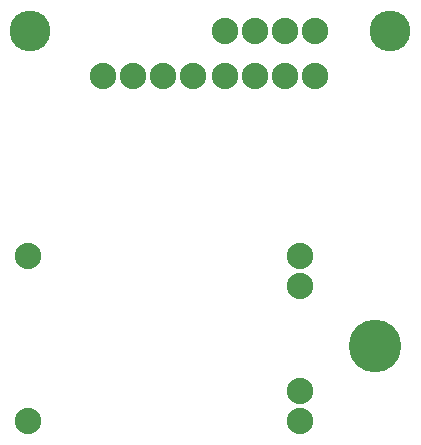
<source format=gts>
G04 MADE WITH FRITZING*
G04 WWW.FRITZING.ORG*
G04 DOUBLE SIDED*
G04 HOLES PLATED*
G04 CONTOUR ON CENTER OF CONTOUR VECTOR*
%ASAXBY*%
%FSLAX23Y23*%
%MOIN*%
%OFA0B0*%
%SFA1.0B1.0*%
%ADD10C,0.088000*%
%ADD11C,0.175354*%
%ADD12C,0.135984*%
%LNMASK1*%
G90*
G70*
G54D10*
X748Y1398D03*
X848Y1398D03*
X948Y1398D03*
X1048Y1398D03*
X1048Y1248D03*
X948Y1248D03*
X848Y1248D03*
X748Y1248D03*
X1048Y1248D03*
X948Y1248D03*
X848Y1248D03*
X748Y1248D03*
X339Y1248D03*
X439Y1248D03*
X539Y1248D03*
X639Y1248D03*
X89Y648D03*
X89Y97D03*
X998Y648D03*
X998Y548D03*
X998Y197D03*
X998Y97D03*
G54D11*
X1248Y347D03*
G54D12*
X1298Y1397D03*
X98Y1397D03*
G04 End of Mask1*
M02*
</source>
